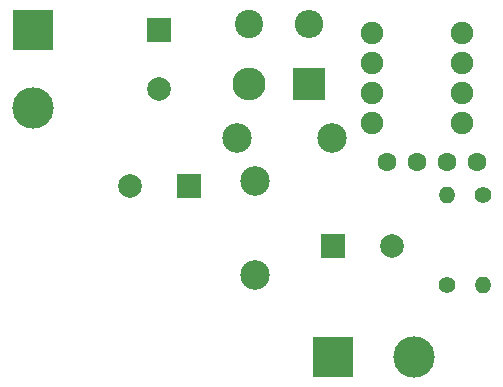
<source format=gbr>
%TF.GenerationSoftware,KiCad,Pcbnew,(6.0.8)*%
%TF.CreationDate,2022-11-19T23:47:37+04:00*%
%TF.ProjectId,MC34063_Buck_Rev4,4d433334-3036-4335-9f42-75636b5f5265,rev?*%
%TF.SameCoordinates,Original*%
%TF.FileFunction,Copper,L1,Top*%
%TF.FilePolarity,Positive*%
%FSLAX46Y46*%
G04 Gerber Fmt 4.6, Leading zero omitted, Abs format (unit mm)*
G04 Created by KiCad (PCBNEW (6.0.8)) date 2022-11-19 23:47:37*
%MOMM*%
%LPD*%
G01*
G04 APERTURE LIST*
%TA.AperFunction,ComponentPad*%
%ADD10R,2.000000X2.000000*%
%TD*%
%TA.AperFunction,ComponentPad*%
%ADD11C,2.000000*%
%TD*%
%TA.AperFunction,ComponentPad*%
%ADD12C,1.600000*%
%TD*%
%TA.AperFunction,ComponentPad*%
%ADD13R,2.800000X2.800000*%
%TD*%
%TA.AperFunction,ComponentPad*%
%ADD14O,2.800000X2.800000*%
%TD*%
%TA.AperFunction,ComponentPad*%
%ADD15C,2.499360*%
%TD*%
%TA.AperFunction,ComponentPad*%
%ADD16C,1.400000*%
%TD*%
%TA.AperFunction,ComponentPad*%
%ADD17O,1.400000X1.400000*%
%TD*%
%TA.AperFunction,ComponentPad*%
%ADD18C,2.400000*%
%TD*%
%TA.AperFunction,ComponentPad*%
%ADD19O,2.400000X2.400000*%
%TD*%
%TA.AperFunction,ComponentPad*%
%ADD20C,1.905000*%
%TD*%
%TA.AperFunction,ComponentPad*%
%ADD21C,3.500120*%
%TD*%
%TA.AperFunction,ComponentPad*%
%ADD22R,3.500120X3.500120*%
%TD*%
G04 APERTURE END LIST*
D10*
%TO.P,C1,1*%
%TO.N,VCC*%
X125984000Y-81788000D03*
D11*
%TO.P,C1,2*%
%TO.N,GNDREF*%
X125984000Y-86788000D03*
%TD*%
D12*
%TO.P,C2,1*%
%TO.N,Net-(C2-Pad1)*%
X147828000Y-92964000D03*
%TO.P,C2,2*%
%TO.N,GNDREF*%
X145328000Y-92964000D03*
%TD*%
D10*
%TO.P,C3,1*%
%TO.N,Vout1*%
X128524000Y-94996000D03*
D11*
%TO.P,C3,2*%
%TO.N,GNDREF*%
X123524000Y-94996000D03*
%TD*%
D10*
%TO.P,C4,1*%
%TO.N,Vout2*%
X140716000Y-100076000D03*
D11*
%TO.P,C4,2*%
%TO.N,GNDREF*%
X145716000Y-100076000D03*
%TD*%
D13*
%TO.P,D1,1*%
%TO.N,Net-(D1-Pad1)*%
X138684000Y-86360000D03*
D14*
%TO.P,D1,2*%
%TO.N,GNDREF*%
X133604000Y-86360000D03*
%TD*%
D15*
%TO.P,L1,1*%
%TO.N,Net-(D1-Pad1)*%
X140652500Y-90932000D03*
%TO.P,L1,2*%
%TO.N,Vout1*%
X132651500Y-90932000D03*
%TD*%
%TO.P,L2,1*%
%TO.N,Vout1*%
X134112000Y-94551500D03*
%TO.P,L2,2*%
%TO.N,Vout2*%
X134112000Y-102552500D03*
%TD*%
D16*
%TO.P,R1,1*%
%TO.N,Net-(C5-Pad1)*%
X153416000Y-95758000D03*
D17*
%TO.P,R1,2*%
%TO.N,GNDREF*%
X153416000Y-103378000D03*
%TD*%
D18*
%TO.P,R2,1*%
%TO.N,VCC*%
X133604000Y-81280000D03*
D19*
%TO.P,R2,2*%
%TO.N,Net-(R2-Pad2)*%
X138684000Y-81280000D03*
%TD*%
D16*
%TO.P,R3,1*%
%TO.N,Net-(C5-Pad1)*%
X150368000Y-103378000D03*
D17*
%TO.P,R3,2*%
%TO.N,Vout1*%
X150368000Y-95758000D03*
%TD*%
D20*
%TO.P,U1,1*%
%TO.N,Net-(R2-Pad2)*%
X144018000Y-82042000D03*
%TO.P,U1,2*%
%TO.N,Net-(D1-Pad1)*%
X144018000Y-84582000D03*
%TO.P,U1,3*%
%TO.N,Net-(C2-Pad1)*%
X144018000Y-87122000D03*
%TO.P,U1,4*%
%TO.N,GNDREF*%
X144018000Y-89662000D03*
%TO.P,U1,5*%
%TO.N,Net-(C5-Pad1)*%
X151638000Y-89662000D03*
%TO.P,U1,6*%
%TO.N,VCC*%
X151638000Y-87122000D03*
%TO.P,U1,7*%
%TO.N,Net-(R2-Pad2)*%
X151638000Y-84582000D03*
%TO.P,U1,8*%
X151638000Y-82042000D03*
%TD*%
D21*
%TO.P,GND,2*%
%TO.N,GNDREF*%
X115316000Y-88392000D03*
%TD*%
D22*
%TO.P,Vout,3*%
%TO.N,Vout2*%
X140716000Y-109474000D03*
%TD*%
D21*
%TO.P,GND,4*%
%TO.N,GNDREF*%
X147574000Y-109474000D03*
%TD*%
D12*
%TO.P,C5,1*%
%TO.N,Net-(C5-Pad1)*%
X152908000Y-92964000D03*
%TO.P,C5,2*%
%TO.N,Vout1*%
X150408000Y-92964000D03*
%TD*%
D22*
%TO.P,Vin,1*%
%TO.N,VCC*%
X115316000Y-81788000D03*
%TD*%
M02*

</source>
